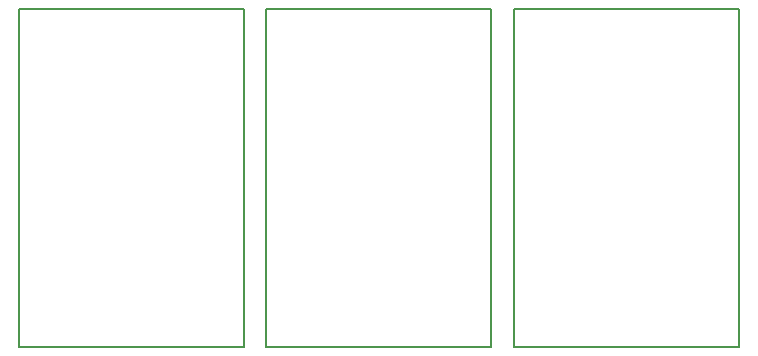
<source format=gbr>
G04 #@! TF.GenerationSoftware,KiCad,Pcbnew,(5.1.4)-1*
G04 #@! TF.CreationDate,2019-11-09T18:37:34+01:00*
G04 #@! TF.ProjectId,hexPre,68657850-7265-42e6-9b69-6361645f7063,rev?*
G04 #@! TF.SameCoordinates,PXc1c960PY54c81a0*
G04 #@! TF.FileFunction,Profile,NP*
%FSLAX46Y46*%
G04 Gerber Fmt 4.6, Leading zero omitted, Abs format (unit mm)*
G04 Created by KiCad (PCBNEW (5.1.4)-1) date 2019-11-09 18:37:34*
%MOMM*%
%LPD*%
G04 APERTURE LIST*
%ADD10C,0.150000*%
G04 APERTURE END LIST*
D10*
X61595000Y0D02*
X61595000Y28575000D01*
X61595000Y28575000D02*
X42545000Y28575000D01*
X42545000Y28575000D02*
X42545000Y0D01*
X42545000Y0D02*
X61595000Y0D01*
X40640000Y0D02*
X40640000Y28575000D01*
X40640000Y28575000D02*
X21590000Y28575000D01*
X21590000Y28575000D02*
X21590000Y0D01*
X21590000Y0D02*
X40640000Y0D01*
X19685000Y0D02*
X19685000Y28575000D01*
X635000Y0D02*
X19685000Y0D01*
X635000Y28575000D02*
X635000Y0D01*
X19685000Y28575000D02*
X635000Y28575000D01*
M02*

</source>
